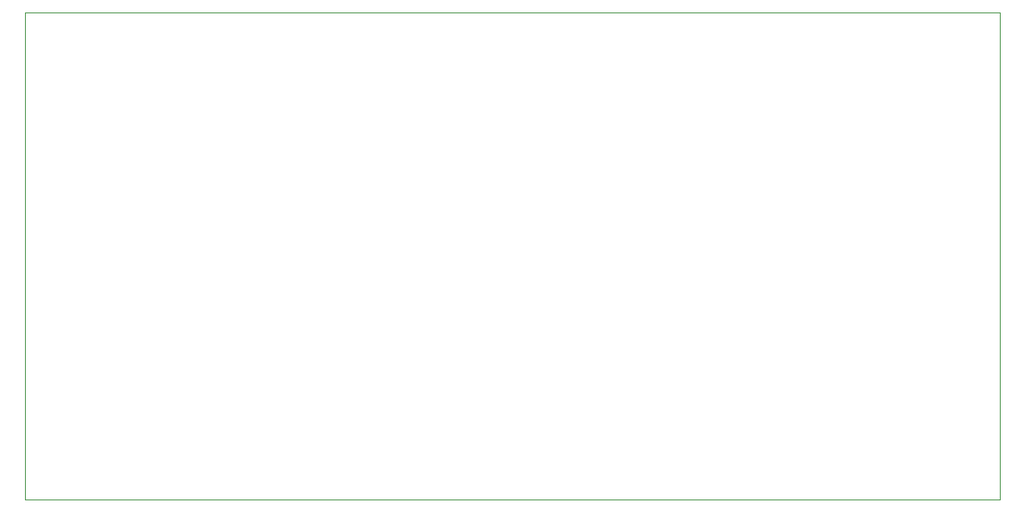
<source format=gbr>
%TF.GenerationSoftware,KiCad,Pcbnew,(5.1.7)-1*%
%TF.CreationDate,2020-11-11T14:22:04+03:00*%
%TF.ProjectId,MT7628_USB_MODEM,4d543736-3238-45f5-9553-425f4d4f4445,rev?*%
%TF.SameCoordinates,Original*%
%TF.FileFunction,Profile,NP*%
%FSLAX46Y46*%
G04 Gerber Fmt 4.6, Leading zero omitted, Abs format (unit mm)*
G04 Created by KiCad (PCBNEW (5.1.7)-1) date 2020-11-11 14:22:04*
%MOMM*%
%LPD*%
G01*
G04 APERTURE LIST*
%TA.AperFunction,Profile*%
%ADD10C,0.050000*%
%TD*%
G04 APERTURE END LIST*
D10*
X71120000Y-86360000D02*
X71120000Y-36830000D01*
X170180000Y-86360000D02*
X71120000Y-86360000D01*
X170180000Y-36830000D02*
X170180000Y-86360000D01*
X71120000Y-36830000D02*
X170180000Y-36830000D01*
M02*

</source>
